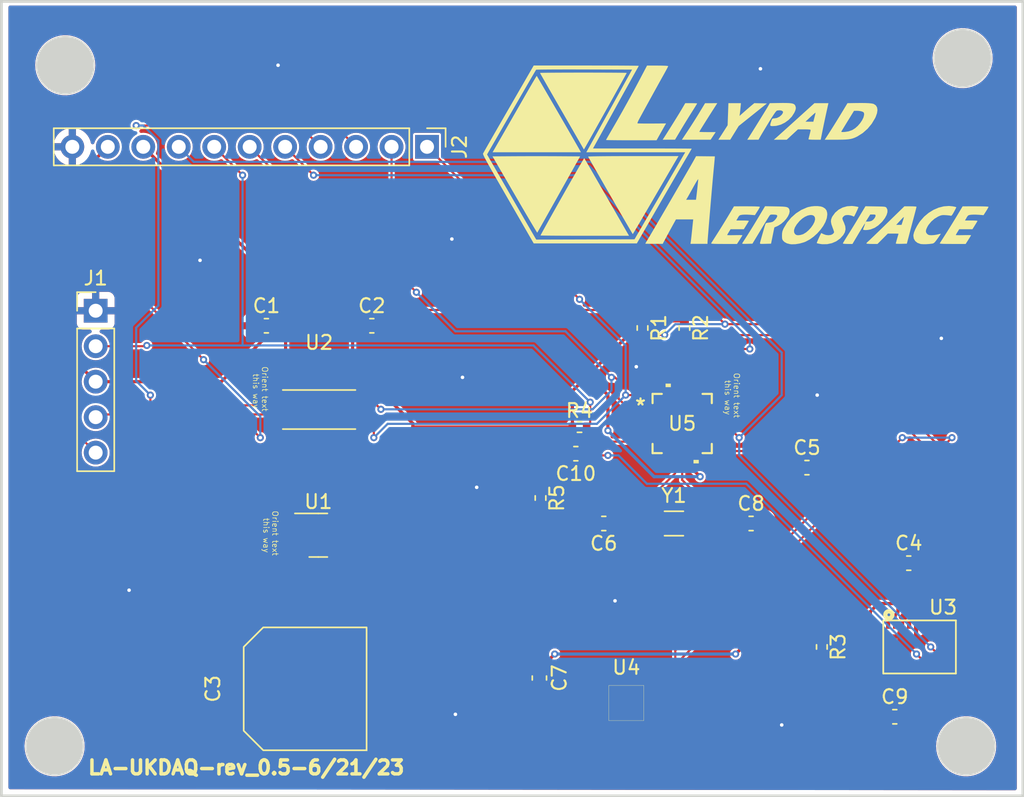
<source format=kicad_pcb>
(kicad_pcb (version 20211014) (generator pcbnew)
  (layers (0 "F.Cu" signal) (31 "B.Cu" signal) (34 "B.Paste" user) (35 "F.Paste" user) (36 "B.SilkS" user "B.Silkscreen") (37 "F.SilkS" user "F.Silkscreen") (38 "B.Mask" user) (39 "F.Mask" user) (44 "Edge.Cuts" user))
  (net 0 "")
  (net 1 "GND")
  (net 2 "VCC")
  (net 3 "VDD")
  (net 4 "Net-(C5-Pad1)")
  (net 5 "/nRESET")
  (net 6 "Net-(C6-Pad1)")
  (net 7 "Net-(C8-Pad1)")
  (net 8 "Net-(C9-Pad2)")
  (net 9 "Net-(C10-Pad2)")
  (net 10 "/RX{slash}SWCLK-VCC")
  (net 11 "/TX{slash}SWDIO-VCC")
  (net 12 "Net-(R3-Pad2)")
  (net 13 "/SCL")
  (net 14 "/SDA")
  (net 15 "/RX{slash}SWCLK-VDD")
  (net 16 "/TX{slash}SWDIO-VDD")
  (net 23 "/BNO_INTERRUPT")
  (footprint "Capacitor_SMD:C_0603_1608Metric" (layer "F.Cu") (at 143.225 132)
    (fp_text reference "C9" (at 0 -1.43) (layer "F.SilkS"))
    (fp_text value "1 uF")
    (pad "1" smd roundrect (at -0.775 0) (size 0.9 0.95) (layers "F.Cu" "F.Paste" "F.Mask") (net 1 "GND"))
    (pad "2" smd roundrect (at 0.775 0) (size 0.9 0.95) (layers "F.Cu" "F.Paste" "F.Mask") (net 8 "Net-(C9-Pad2)"))
  )
  (footprint "Connector_PinHeader_2.54mm:PinHeader_1x05_P2.54mm_Vertical" (layer "F.Cu") (at 86 102.925)
    (fp_text reference "J1" (at 0 -2.33) (layer "F.SilkS"))
    (fp_text value "5 pin Molex (0537800570)")
    (pad "1" thru_hole rect (at 0 0) (size 1.7 1.7) (drill 1) (layers *.Cu *.Mask) (net 1 "GND"))
    (pad "2" thru_hole oval (at 0 2.54) (size 1.7 1.7) (drill 1) (layers *.Cu *.Mask) (net 5 "/nRESET"))
    (pad "3" thru_hole oval (at 0 5.08) (size 1.7 1.7) (drill 1) (layers *.Cu *.Mask) (net 2 "VCC"))
    (pad "4" thru_hole oval (at 0 7.62) (size 1.7 1.7) (drill 1) (layers *.Cu *.Mask) (net 10 "/RX{slash}SWCLK-VCC"))
    (pad "5" thru_hole oval (at 0 10.16) (size 1.7 1.7) (drill 1) (layers *.Cu *.Mask) (net 11 "/TX{slash}SWDIO-VCC"))
  )
  (footprint "Package_TO_SOT_SMD:SOT-23" (layer "F.Cu") (at 101.9425 119)
    (fp_text reference "U1" (at 0 -2.4) (layer "F.SilkS"))
    (fp_text value "AP2210N_SOT-23-3")
    (pad "1" smd roundrect (at -0.9375 -0.95) (size 1.475 0.6) (layers "F.Cu" "F.Paste" "F.Mask") (net 1 "GND"))
    (pad "2" smd roundrect (at -0.9375 0.95) (size 1.475 0.6) (layers "F.Cu" "F.Paste" "F.Mask") (net 3 "VDD"))
    (pad "3" smd roundrect (at 0.9375 0) (size 1.475 0.6) (layers "F.Cu" "F.Paste" "F.Mask") (net 2 "VCC"))
  )
  (footprint "Joseph:21-0139V_T2044&plus_5_MXM" (layer "F.Cu") (at 128 111)
    (fp_text reference "U5" (at 0 0 unlocked) (layer "F.SilkS"))
    (fp_text value "MAX32660-20TQFN-EP")
    (fp_text user "*" (at -2.9845 -1.25 unlocked) (layer "F.SilkS"))
    (fp_text user "*" (at -2.9845 -1.25) (layer "F.SilkS"))
    (pad "1" smd rect (at -1.9685 -1.000001 90) (size 0.254 0.762) (layers "F.Cu" "F.Paste" "F.Mask") (net 15 "/RX{slash}SWCLK-VDD"))
    (pad "2" smd rect (at -1.9685 -0.499999 90) (size 0.254 0.762) (layers "F.Cu" "F.Paste" "F.Mask") (net 16 "/TX{slash}SWDIO-VDD"))
    (pad "3" smd rect (at -1.9685 0 90) (size 0.254 0.762) (layers "F.Cu" "F.Paste" "F.Mask"))
    (pad "4" smd rect (at -1.9685 0.499999 90) (size 0.254 0.762) (layers "F.Cu" "F.Paste" "F.Mask"))
    (pad "5" smd rect (at -1.9685 1.000001 90) (size 0.254 0.762) (layers "F.Cu" "F.Paste" "F.Mask") (net 5 "/nRESET"))
    (pad "6" smd rect (at -1.000001 1.9685) (size 0.254 0.762) (layers "F.Cu" "F.Paste" "F.Mask") (net 1 "GND"))
    (pad "7" smd rect (at -0.499999 1.9685) (size 0.254 0.762) (layers "F.Cu" "F.Paste" "F.Mask") (net 6 "Net-(C6-Pad1)"))
    (pad "8" smd rect (at 0 1.9685) (size 0.254 0.762) (layers "F.Cu" "F.Paste" "F.Mask") (net 7 "Net-(C8-Pad1)"))
    (pad "9" smd rect (at 0.499999 1.9685) (size 0.254 0.762) (layers "F.Cu" "F.Paste" "F.Mask") (net 3 "VDD"))
    (pad "10" smd rect (at 1.000001 1.9685) (size 0.254 0.762) (layers "F.Cu" "F.Paste" "F.Mask") (net 4 "Net-(C5-Pad1)"))
    (pad "11" smd rect (at 1.9685 1.000001 90) (size 0.254 0.762) (layers "F.Cu" "F.Paste" "F.Mask"))
    (pad "12" smd rect (at 1.9685 0.499999 90) (size 0.254 0.762) (layers "F.Cu" "F.Paste" "F.Mask"))
    (pad "13" smd rect (at 1.9685 0 90) (size 0.254 0.762) (layers "F.Cu" "F.Paste" "F.Mask") (net 23 "/BNO_INTERRUPT"))
    (pad "14" smd rect (at 1.9685 -0.499999 90) (size 0.254 0.762) (layers "F.Cu" "F.Paste" "F.Mask"))
    (pad "15" smd rect (at 1.9685 -1.000001 90) (size 0.254 0.762) (layers "F.Cu" "F.Paste" "F.Mask"))
    (pad "16" smd rect (at 1.000001 -1.9685) (size 0.254 0.762) (layers "F.Cu" "F.Paste" "F.Mask"))
    (pad "17" smd rect (at 0.499999 -1.9685) (size 0.254 0.762) (layers "F.Cu" "F.Paste" "F.Mask"))
    (pad "18" smd rect (at 0 -1.9685) (size 0.254 0.762) (layers "F.Cu" "F.Paste" "F.Mask"))
    (pad "19" smd rect (at -0.499999 -1.9685) (size 0.254 0.762) (layers "F.Cu" "F.Paste" "F.Mask") (net 14 "/SDA"))
    (pad "20" smd rect (at -1.000001 -1.9685) (size 0.254 0.762) (layers "F.Cu" "F.Paste" "F.Mask") (net 13 "/SCL"))
    (pad "21" smd rect (at 0 0) (size 2.6924 2.6924) (layers "F.Cu" "F.Mask") (net 1 "GND"))
  )
  (footprint "Resistor_SMD:R_0402_1005Metric" (layer "F.Cu") (at 120.648 111.252)
    (fp_text reference "R4" (at 0 -1.17) (layer "F.SilkS"))
    (fp_text value "10k")
    (pad "1" smd roundrect (at -0.51 0) (size 0.54 0.64) (layers "F.Cu" "F.Paste" "F.Mask") (net 3 "VDD"))
    (pad "2" smd roundrect (at 0.51 0) (size 0.54 0.64) (layers "F.Cu" "F.Paste" "F.Mask") (net 5 "/nRESET"))
  )
  (footprint "Joseph:BME280" (layer "F.Cu") (at 124 131)
    (fp_text reference "U4" (at 0 -2.53 unlocked) (layer "F.SilkS"))
    (fp_text value "BME280")
    (pad "1" smd rect (at 1.02 -0.97) (size 0.5 0.35) (layers "F.Cu" "F.Paste" "F.Mask") (net 1 "GND"))
    (pad "2" smd rect (at 1.02 -0.32) (size 0.5 0.35) (layers "F.Cu" "F.Paste" "F.Mask") (net 3 "VDD"))
    (pad "3" smd rect (at 1.02 0.33) (size 0.5 0.35) (layers "F.Cu" "F.Paste" "F.Mask") (net 14 "/SDA"))
    (pad "4" smd rect (at 1.02 0.98) (size 0.5 0.35) (layers "F.Cu" "F.Paste" "F.Mask") (net 13 "/SCL"))
    (pad "5" smd rect (at -1.03 0.98) (size 0.5 0.35) (layers "F.Cu" "F.Paste" "F.Mask") (net 1 "GND"))
    (pad "6" smd rect (at -1.03 0.33) (size 0.5 0.35) (layers "F.Cu" "F.Paste" "F.Mask") (net 3 "VDD"))
    (pad "7" smd rect (at -1.03 -0.32) (size 0.5 0.35) (layers "F.Cu" "F.Paste" "F.Mask") (net 1 "GND"))
    (pad "8" smd rect (at -1.03 -0.97) (size 0.5 0.35) (layers "F.Cu" "F.Paste" "F.Mask") (net 3 "VDD"))
  )
  (footprint "Capacitor_SMD:C_0603_1608Metric" (layer "F.Cu") (at 136.935 114.16)
    (fp_text reference "C5" (at 0 -1.43) (layer "F.SilkS"))
    (fp_text value "1 uF")
    (pad "1" smd roundrect (at -0.775 0) (size 0.9 0.95) (layers "F.Cu" "F.Paste" "F.Mask") (net 4 "Net-(C5-Pad1)"))
    (pad "2" smd roundrect (at 0.775 0) (size 0.9 0.95) (layers "F.Cu" "F.Paste" "F.Mask") (net 1 "GND"))
  )
  (footprint "Joseph:Can Capacitor - 493-3773-1-ND" (layer "F.Cu") (at 101 130 90)
    (fp_text reference "C3" (at 0 -6.604 90 unlocked) (layer "F.SilkS"))
    (fp_text value "~1 mF")
    (pad "1" smd roundrect (at 0 -3 90) (size 1.399998 3.6) (layers "F.Cu" "F.Paste" "F.Mask") (roundrect_rratio 0.2500003571) (net 3 "VDD"))
    (pad "2" smd roundrect (at 0 3 90) (size 1.4 3.6) (layers "F.Cu" "F.Paste" "F.Mask") (net 1 "GND"))
  )
  (footprint "Joseph:LGA28R50P4X10_380X520X100" (layer "F.Cu") (at 145 127)
    (fp_text reference "U3" (at 1.67669 -2.83785) (layer "F.SilkS") (effects (font (size 1.001008 1.001008))))
    (fp_text value "BNO055")
    (pad "1" smd rect locked (at -2.25 -1.5625 180) (size 0.3 0.525) (layers "F.Cu" "F.Paste" "F.Mask"))
    (pad "2" smd rect locked (at -2.3125 -0.75 270) (size 0.3 0.425) (layers "F.Cu" "F.Paste" "F.Mask") (net 1 "GND"))
    (pad "3" smd rect locked (at -2.3125 -0.25 270) (size 0.3 0.425) (layers "F.Cu" "F.Paste" "F.Mask") (net 3 "VDD"))
    (pad "4" smd rect locked (at -2.3125 0.25 270) (size 0.3 0.425) (layers "F.Cu" "F.Paste" "F.Mask") (net 12 "Net-(R3-Pad2)"))
    (pad "5" smd rect locked (at -2.3125 0.75 270) (size 0.3 0.425) (layers "F.Cu" "F.Paste" "F.Mask") (net 1 "GND"))
    (pad "6" smd rect locked (at -2.25 1.5625 180) (size 0.3 0.525) (layers "F.Cu" "F.Paste" "F.Mask") (net 1 "GND"))
    (pad "7" smd rect locked (at -1.75 1.5625 180) (size 0.3 0.525) (layers "F.Cu" "F.Paste" "F.Mask"))
    (pad "8" smd rect locked (at -1.25 1.5625 180) (size 0.3 0.525) (layers "F.Cu" "F.Paste" "F.Mask"))
    (pad "9" smd rect locked (at -0.75 1.5625 180) (size 0.3 0.525) (layers "F.Cu" "F.Paste" "F.Mask") (net 8 "Net-(C9-Pad2)"))
    (pad "10" smd rect locked (at -0.25 1.5625 180) (size 0.3 0.525) (layers "F.Cu" "F.Paste" "F.Mask"))
    (pad "11" smd rect locked (at 0.25 1.5625 180) (size 0.3 0.525) (layers "F.Cu" "F.Paste" "F.Mask") (net 5 "/nRESET"))
    (pad "12" smd rect locked (at 0.75 1.5625 180) (size 0.3 0.525) (layers "F.Cu" "F.Paste" "F.Mask"))
    (pad "13" smd rect locked (at 1.25 1.5625 180) (size 0.3 0.525) (layers "F.Cu" "F.Paste" "F.Mask"))
    (pad "14" smd rect locked (at 1.75 1.5625 180) (size 0.3 0.525) (layers "F.Cu" "F.Paste" "F.Mask") (net 23 "/BNO_INTERRUPT"))
    (pad "15" smd rect locked (at 2.25 1.5625 180) (size 0.3 0.525) (layers "F.Cu" "F.Paste" "F.Mask"))
    (pad "16" smd rect locked (at 2.3125 0.75 270) (size 0.3 0.425) (layers "F.Cu" "F.Paste" "F.Mask"))
    (pad "17" smd rect locked (at 2.3125 0.25 270) (size 0.3 0.425) (layers "F.Cu" "F.Paste" "F.Mask") (net 1 "GND"))
    (pad "18" smd rect locked (at 2.3125 -0.25 270) (size 0.3 0.425) (layers "F.Cu" "F.Paste" "F.Mask") (net 1 "GND"))
    (pad "19" smd rect locked (at 2.3125 -0.75 270) (size 0.3 0.425) (layers "F.Cu" "F.Paste" "F.Mask") (net 13 "/SCL"))
    (pad "20" smd rect locked (at 2.25 -1.5625 180) (size 0.3 0.525) (layers "F.Cu" "F.Paste" "F.Mask") (net 14 "/SDA"))
    (pad "21" smd rect locked (at 1.75 -1.5625 180) (size 0.3 0.525) (layers "F.Cu" "F.Paste" "F.Mask"))
    (pad "22" smd rect locked (at 1.25 -1.5625 180) (size 0.3 0.525) (layers "F.Cu" "F.Paste" "F.Mask"))
    (pad "23" smd rect locked (at 0.75 -1.5625 180) (size 0.3 0.525) (layers "F.Cu" "F.Paste" "F.Mask"))
    (pad "24" smd rect locked (at 0.25 -1.5625 180) (size 0.3 0.525) (layers "F.Cu" "F.Paste" "F.Mask"))
    (pad "25" smd rect locked (at -0.25 -1.5625 180) (size 0.3 0.525) (layers "F.Cu" "F.Paste" "F.Mask") (net 1 "GND"))
    (pad "26" smd rect locked (at -0.75 -1.5625 180) (size 0.3 0.525) (layers "F.Cu" "F.Paste" "F.Mask"))
    (pad "27" smd rect locked (at -1.25 -1.5625 180) (size 0.3 0.525) (layers "F.Cu" "F.Paste" "F.Mask"))
    (pad "28" smd rect locked (at -1.75 -1.5625 180) (size 0.3 0.525) (layers "F.Cu" "F.Paste" "F.Mask") (net 3 "VDD"))
  )
  (footprint "Resistor_SMD:R_0402_1005Metric" (layer "F.Cu") (at 128.16 104.16 -90)
    (fp_text reference "R2" (at 0 -1.17 90) (layer "F.SilkS"))
    (fp_text value "4.7k")
    (pad "1" smd roundrect (at -0.51 0 270) (size 0.54 0.64) (layers "F.Cu" "F.Paste" "F.Mask") (net 3 "VDD"))
    (pad "2" smd roundrect (at 0.51 0 270) (size 0.54 0.64) (layers "F.Cu" "F.Paste" "F.Mask") (net 14 "/SDA"))
  )
  (footprint "Capacitor_SMD:C_0603_1608Metric" (layer "F.Cu") (at 132.935 118.16)
    (fp_text reference "C8" (at 0 -1.43) (layer "F.SilkS"))
    (fp_text value "6 pF")
    (pad "1" smd roundrect (at -0.775 0) (size 0.9 0.95) (layers "F.Cu" "F.Paste" "F.Mask") (net 7 "Net-(C8-Pad1)"))
    (pad "2" smd roundrect (at 0.775 0) (size 0.9 0.95) (layers "F.Cu" "F.Paste" "F.Mask") (net 1 "GND"))
  )
  (footprint "Crystal:Crystal_SMD_3215-2Pin_3.2x1.5mm" (layer "F.Cu") (at 127.41 118.16)
    (fp_text reference "Y1" (at 0 -2) (layer "F.SilkS"))
    (fp_text value "Crystal")
    (pad "1" smd rect (at 1.25 0) (size 1 1.8) (layers "F.Cu" "F.Paste" "F.Mask") (net 7 "Net-(C8-Pad1)"))
    (pad "2" smd rect (at -1.25 0) (size 1 1.8) (layers "F.Cu" "F.Paste" "F.Mask") (net 6 "Net-(C6-Pad1)"))
  )
  (footprint "Capacitor_SMD:C_0603_1608Metric" (layer "F.Cu") (at 117.775 129.225 -90)
    (fp_text reference "C7" (at 0 -1.43 90) (layer "F.SilkS"))
    (fp_text value "100 nF")
    (pad "1" smd roundrect (at -0.775 0 270) (size 0.9 0.95) (layers "F.Cu" "F.Paste" "F.Mask") (net 3 "VDD"))
    (pad "2" smd roundrect (at 0.775 0 270) (size 0.9 0.95) (layers "F.Cu" "F.Paste" "F.Mask") (net 1 "GND"))
  )
  (footprint "Capacitor_SMD:C_0603_1608Metric" (layer "F.Cu") (at 105.775 104)
    (fp_text reference "C2" (at 0 -1.43) (layer "F.SilkS"))
    (fp_text value "1 uF")
    (pad "1" smd roundrect (at -0.775 0) (size 0.9 0.95) (layers "F.Cu" "F.Paste" "F.Mask") (net 3 "VDD"))
    (pad "2" smd roundrect (at 0.775 0) (size 0.9 0.95) (layers "F.Cu" "F.Paste" "F.Mask") (net 1 "GND"))
  )
  (footprint "Capacitor_SMD:C_0603_1608Metric" (layer "F.Cu") (at 144.225 121)
    (fp_text reference "C4" (at 0 -1.43) (layer "F.SilkS"))
    (fp_text value "120 nF")
    (pad "1" smd roundrect (at -0.775 0) (size 0.9 0.95) (layers "F.Cu" "F.Paste" "F.Mask") (net 3 "VDD"))
    (pad "2" smd roundrect (at 0.775 0) (size 0.9 0.95) (layers "F.Cu" "F.Paste" "F.Mask") (net 1 "GND"))
  )
  (footprint "Resistor_SMD:R_0402_1005Metric" (layer "F.Cu") (at 138 127 -90)
    (fp_text reference "R3" (at 0 -1.17 90) (layer "F.SilkS"))
    (fp_text value "10k")
    (pad "1" smd roundrect (at -0.51 0 270) (size 0.54 0.64) (layers "F.Cu" "F.Paste" "F.Mask") (net 3 "VDD"))
    (pad "2" smd roundrect (at 0.51 0 270) (size 0.54 0.64) (layers "F.Cu" "F.Paste" "F.Mask") (net 12 "Net-(R3-Pad2)"))
  )
  (footprint "Capacitor_SMD:C_0603_1608Metric" (layer "F.Cu") (at 122.385 118.16 180)
    (fp_text reference "C6" (at 0 -1.43) (layer "F.SilkS"))
    (fp_text value "6 pF")
    (pad "1" smd roundrect (at -0.775 0 180) (size 0.9 0.95) (layers "F.Cu" "F.Paste" "F.Mask") (net 6 "Net-(C6-Pad1)"))
    (pad "2" smd roundrect (at 0.775 0 180) (size 0.9 0.95) (layers "F.Cu" "F.Paste" "F.Mask") (net 1 "GND"))
  )
  (footprint "Capacitor_SMD:C_0603_1608Metric" (layer "F.Cu") (at 98.225 104)
    (fp_text reference "C1" (at 0 -1.43) (layer "F.SilkS"))
    (fp_text value "1 uF")
    (pad "1" smd roundrect (at -0.775 0) (size 0.9 0.95) (layers "F.Cu" "F.Paste" "F.Mask") (net 1 "GND"))
    (pad "2" smd roundrect (at 0.775 0) (size 0.9 0.95) (layers "F.Cu" "F.Paste" "F.Mask") (net 2 "VCC"))
  )
  (footprint "Capacitor_SMD:C_0603_1608Metric" (layer "F.Cu") (at 120.385 113.16 180)
    (fp_text reference "C10" (at 0 -1.43) (layer "F.SilkS"))
    (fp_text value "100 nF")
    (pad "1" smd roundrect (at -0.775 0 180) (size 0.9 0.95) (layers "F.Cu" "F.Paste" "F.Mask") (net 5 "/nRESET"))
    (pad "2" smd roundrect (at 0.775 0 180) (size 0.9 0.95) (layers "F.Cu" "F.Paste" "F.Mask") (net 9 "Net-(C10-Pad2)"))
  )
  (footprint "Connector_PinHeader_2.54mm:PinHeader_1x11_P2.54mm_Vertical" (layer "F.Cu") (at 109.728 91.186 -90)
    (fp_text reference "J2" (at 0 -2.33 90) (layer "F.SilkS"))
    (fp_text value "Conn_01x11_Male")
    (pad "1" thru_hole rect (at 0 0 270) (size 1.7 1.7) (drill 1) (layers *.Cu *.Mask) (net 15 "/RX{slash}SWCLK-VDD"))
    (pad "2" thru_hole oval (at 0 2.54 270) (size 1.7 1.7) (drill 1) (layers *.Cu *.Mask) (net 16 "/TX{slash}SWDIO-VDD"))
    (pad "3" thru_hole oval (at 0 5.08 270) (size 1.7 1.7) (drill 1) (layers *.Cu *.Mask) (net 10 "/RX{slash}SWCLK-VCC"))
    (pad "4" thru_hole oval (at 0 7.62 270) (size 1.7 1.7) (drill 1) (layers *.Cu *.Mask) (net 11 "/TX{slash}SWDIO-VCC"))
    (pad "5" thru_hole oval (at 0 10.16 270) (size 1.7 1.7) (drill 1) (layers *.Cu *.Mask) (net 14 "/SDA"))
    (pad "6" thru_hole oval (at 0 12.7 270) (size 1.7 1.7) (drill 1) (layers *.Cu *.Mask) (net 13 "/SCL"))
    (pad "7" thru_hole oval (at 0 15.24 270) (size 1.7 1.7) (drill 1) (layers *.Cu *.Mask) (net 5 "/nRESET"))
    (pad "8" thru_hole oval (at 0 17.78 270) (size 1.7 1.7) (drill 1) (layers *.Cu *.Mask) (net 23 "/BNO_INTERRUPT"))
    (pad "9" thru_hole oval (at 0 20.32 270) (size 1.7 1.7) (drill 1) (layers *.Cu *.Mask) (net 3 "VDD"))
    (pad "10" thru_hole oval (at 0 22.86 270) (size 1.7 1.7) (drill 1) (layers *.Cu *.Mask) (net 2 "VCC"))
    (pad "11" thru_hole oval (at 0 25.4 270) (size 1.7 1.7) (drill 1) (layers *.Cu *.Mask) (net 1 "GND"))
  )
  (footprint "Joseph:MSOP-8" (layer "F.Cu") (at 102 110)
    (fp_text reference "U2" (at 0 -4.8 unlocked) (layer "F.SilkS"))
    (fp_text value "PI4ULS5V202")
    (pad "1" smd rect (at -2.4 -0.95) (size 1.02 0.41) (layers "F.Cu" "F.Paste" "F.Mask") (net 2 "VCC"))
    (pad "2" smd rect (at -2.4 -0.3) (size 1.02 0.41) (layers "F.Cu" "F.Paste" "F.Mask") (net 11 "/TX{slash}SWDIO-VCC"))
    (pad "3" smd rect (at -2.4 0.35) (size 1.02 0.41) (layers "F.Cu" "F.Paste" "F.Mask") (net 10 "/RX{slash}SWCLK-VCC"))
    (pad "4" smd rect (at -2.4 1) (size 1.02 0.41) (layers "F.Cu" "F.Paste" "F.Mask") (net 1 "GND"))
    (pad "5" smd rect (at 2.4 1) (size 1.02 0.41) (layers "F.Cu" "F.Paste" "F.Mask") (net 2 "VCC"))
    (pad "6" smd rect (at 2.4 0.35) (size 1.02 0.41) (layers "F.Cu" "F.Paste" "F.Mask") (net 15 "/RX{slash}SWCLK-VDD"))
    (pad "7" smd rect (at 2.4 -0.3) (size 1.02 0.41) (layers "F.Cu" "F.Paste" "F.Mask") (net 16 "/TX{slash}SWDIO-VDD"))
    (pad "8" smd rect (at 2.4 -0.95) (size 1.02 0.41) (layers "F.Cu" "F.Paste" "F.Mask") (net 3 "VDD"))
  )
  (footprint "Joseph:LilypadAerospace_3mm" (layer "F.Cu") (at 132.588 92.202)
    (fp_text reference "G***" hide)
    (fp_text value "LOGO" hide)
  )
  (footprint "Resistor_SMD:R_0402_1005Metric" (layer "F.Cu") (at 117.856 116.334 -90)
    (fp_text reference "R5" (at 0 -1.17 90) (layer "F.SilkS"))
    (fp_text value "10")
    (pad "1" smd roundrect (at -0.51 0 270) (size 0.54 0.64) (layers "F.Cu" "F.Paste" "F.Mask") (net 9 "Net-(C10-Pad2)"))
    (pad "2" smd roundrect (at 0.51 0 270) (size 0.54 0.64) (layers "F.Cu" "F.Paste" "F.Mask") (net 1 "GND"))
  )
  (footprint "Resistor_SMD:R_0402_1005Metric" (layer "F.Cu") (at 125.16 104.16 -90)
    (fp_text reference "R1" (at 0 -1.17 90) (layer "F.SilkS"))
    (fp_text value "4.7k")
    (pad "1" smd roundrect (at -0.51 0 270) (size 0.54 0.64) (layers "F.Cu" "F.Paste" "F.Mask") (net 3 "VDD"))
    (pad "2" smd roundrect (at 0.51 0 270) (size 0.54 0.64) (layers "F.Cu" "F.Paste" "F.Mask") (net 13 "/SCL"))
  )
  (gr_circle (center 83.82 85.344) (end 85.82 85.344) (layer "Edge.Cuts") (width 0.2) (fill solid))
  (gr_rect (start 79.248 80.772) (end 152.4 137.668) (layer "Edge.Cuts") (width 0.2) (fill none))
  (gr_circle (center 148.082 84.836) (end 150.082 84.836) (layer "Edge.Cuts") (width 0.2) (fill solid))
  (gr_circle (center 83.058 134.112) (end 85.058 134.112) (layer "Edge.Cuts") (width 0.2) (fill solid))
  (gr_circle (center 148.336 134.112) (end 150.336 134.112) (layer "Edge.Cuts") (width 0.2) (fill solid))
  (gr_text "LA-UKDAQ-rev_0.5-6/21/23" (at 96.78 135.64) (layer "F.SilkS") (effects (font (size 1 1) (thickness 0.25))))
  (gr_text "Orient text \nthis way" (at 98.53 119.01 270) (layer "F.SilkS") (effects (font (size 0.4 0.4) (thickness 0.05))))
  (gr_text "Orient text \nthis way" (at 97.79 108.68 270) (layer "F.SilkS") (effects (font (size 0.4 0.4) (thickness 0.05))))
  (gr_text "Orient text \nthis way" (at 131.58 109.14 270) (layer "F.SilkS") (effects (font (size 0.4 0.4) (thickness 0.05))))
  (segment (start 128 111) (end 124.714 107.714) (width 0.1524) (layer "F.Cu") (net 1))
  (segment (start 126.999999 112.000001) (end 128 111) (width 0.2286) (layer "F.Cu") (net 1))
  (segment (start 124.714 107.714) (end 124.714 106.934) (width 0.1524) (layer "F.Cu") (net 1))
  (segment (start 126.999999 112.9685) (end 126.999999 112.000001) (width 0.2286) (layer "F.Cu") (net 1))
  (via (at 113.284 115.57) (size 0.508) (drill 0.254) (layers "F.Cu" "B.Cu") (net 1))
  (via (at 124.714 106.934) (size 0.508) (drill 0.254) (layers "F.Cu" "B.Cu") (net 1))
  (via (at 88.392 122.936) (size 0.508) (drill 0.254) (layers "F.Cu" "B.Cu") (net 1))
  (via (at 133.604 85.598) (size 0.508) (drill 0.254) (layers "F.Cu" "B.Cu") (net 1))
  (via (at 137.668 108.966) (size 0.508) (drill 0.254) (layers "F.Cu" "B.Cu") (net 1))
  (via (at 111.76 131.826) (size 0.508) (drill 0.254) (layers "F.Cu" "B.Cu") (net 1))
  (via (at 123.19 123.698) (size 0.508) (drill 0.254) (layers "F.Cu" "B.Cu") (net 1))
  (via (at 111.506 97.79) (size 0.508) (drill 0.254) (layers "F.Cu" "B.Cu") (net 1))
  (via (at 146.558 104.902) (size 0.508) (drill 0.254) (layers "F.Cu" "B.Cu") (net 1))
  (via (at 112.268 107.696) (size 0.508) (drill 0.254) (layers "F.Cu" "B.Cu") (net 1))
  (via (at 99.06 85.344) (size 0.508) (drill 0.254) (layers "F.Cu" "B.Cu") (net 1))
  (via (at 93.472 99.314) (size 0.508) (drill 0.254) (layers "F.Cu" "B.Cu") (net 1))
  (via (at 135.128 132.588) (size 0.508) (drill 0.254) (layers "F.Cu" "B.Cu") (net 1))
  (segment (start 99.6 109.05) (end 99.6 104.6) (width 0.2286) (layer "F.Cu") (net 2))
  (segment (start 86 108.005) (end 94.995 108.005) (width 0.2286) (layer "F.Cu") (net 2))
  (segment (start 99.6 104.6) (end 99 104) (width 0.2286) (layer "F.Cu") (net 2))
  (segment (start 104.4 111) (end 103.126 111) (width 0.2286) (layer "F.Cu") (net 2))
  (segment (start 86.868 91.186) (end 82.55 95.504) (width 0.2286) (layer "F.Cu") (net 2))
  (segment (start 102.88 119) (end 104.4 117.48) (width 0.2286) (layer "F.Cu") (net 2))
  (segment (start 103.126 111) (end 101.176 109.05) (width 0.2286) (layer "F.Cu") (net 2))
  (segment (start 82.55 95.504) (end 82.55 104.555) (width 0.2286) (layer "F.Cu") (net 2))
  (segment (start 104.4 117.48) (end 104.4 111) (width 0.2286) (layer "F.Cu") (net 2))
  (segment (start 94.995 108.005) (end 99 104) (width 0.2286) (layer "F.Cu") (net 2))
  (segment (start 101.176 109.05) (end 99.6 109.05) (width 0.2286) (layer "F.Cu") (net 2))
  (segment (start 82.55 104.555) (end 86 108.005) (width 0.2286) (layer "F.Cu") (net 2))
  (segment (start 141.736 126.75) (end 142.6875 126.75) (width 0.2286) (layer "F.Cu") (net 3))
  (segment (start 108.712 110.998) (end 106.764 109.05) (width 0.2286) (layer "F.Cu") (net 3))
  (segment (start 117.775 128.45) (end 117.775 126.157) (width 0.2286) (layer "F.Cu") (net 3))
  (segment (start 104.4 104.6) (end 105 104) (width 0.2286) (layer "F.Cu") (net 3))
  (segment (start 108.712 111.252) (end 108.712 110.998) (width 0.2286) (layer "F.Cu") (net 3))
  (segment (start 122.682 108.966) (end 121.263 107.547) (width 0.2286) (layer "F.Cu") (net 3))
  (segment (start 120.138 108.672) (end 121.263 107.547) (width 0.2286) (layer "F.Cu") (net 3))
  (segment (start 138 126.49) (end 141.476 126.49) (width 0.2286) (layer "F.Cu") (net 3))
  (segment (start 89.408 91.186) (end 102.222 104) (width 0.2286) (layer "F.Cu") (net 3))
  (segment (start 120.138 111.252) (end 108.712 111.252) (width 0.2286) (layer "F.Cu") (net 3))
  (segment (start 143.25 124.72) (end 143.25 125.4375) (width 0.2286) (layer "F.Cu") (net 3))
  (segment (start 122.682 111.506) (end 122.682 108.966) (width 0.2286) (layer "F.Cu") (net 3))
  (segment (start 121.263 107.547) (end 125.16 103.65) (width 0.2286) (layer "F.Cu") (net 3))
  (segment (start 141.476 126.49) (end 141.736 126.75) (width 0.2286) (layer "F.Cu") (net 3))
  (segment (start 128.499999 114.021999) (end 129.286 114.808) (width 0.2286) (layer "F.Cu") (net 3))
  (segment (start 123.432 130.03) (end 124.082 130.68) (width 0.2286) (layer "F.Cu") (net 3))
  (segment (start 131.826 127.508) (end 132.844 126.49) (width 0.2286) (layer "F.Cu") (net 3))
  (segment (start 108.712 117.094) (end 108.712 111.252) (width 0.2286) (layer "F.Cu") (net 3))
  (segment (start 122.97 130.03) (end 123.432 130.03) (width 0.2286) (layer "F.Cu") (net 3))
  (segment (start 106.764 109.05) (end 104.4 109.05) (width 0.2286) (layer "F.Cu") (net 3))
  (segment (start 142.046 123.892) (end 143.45 123.892) (width 0.2286) (layer "F.Cu") (net 3))
  (segment (start 117.775 126.157) (end 108.712 117.094) (width 0.2286) (layer "F.Cu") (net 3))
  (segment (start 132.844 126.49) (end 138 126.49) (width 0.2286) (layer "F.Cu") (net 3))
  (segment (start 128.499999 112.9685) (end 128.499999 114.021999) (width 0.2286) (layer "F.Cu") (net 3))
  (segment (start 123.432 131.33) (end 124.082 130.68) (width 0.2286) (layer "F.Cu") (net 3))
  (segment (start 141.476 126.49) (end 141.476 124.462) (width 0.2286) (layer "F.Cu") (net 3))
  (segment (start 125.16 103.65) (end 128.16 103.65) (width 0.2286) (layer "F.Cu") (net 3))
  (segment (start 124.082 130.68) (end 125.02 130.68) (width 0.2286) (layer "F.Cu") (net 3))
  (segment (start 98 122.955) (end 101.005 119.95) (width 0.2286) (layer "F.Cu") (net 3))
  (segment (start 117.93 128.45) (end 118.872 127.508) (width 0.2286) (layer "F.Cu") (net 3))
  (segment (start 143.45 123.892) (end 143.45 124.52) (width 0.2286) (layer "F.Cu") (net 3))
  (segment (start 141.476 124.462) (end 142.046 123.892) (width 0.2286) (layer "F.Cu") (net 3))
  (segment (start 120.138 111.252) (end 120.138 108.672) (width 0.2286) (layer "F.Cu") (net 3))
  (segment (start 117.775 128.45) (end 117.93 128.45) (width 0.2286) (layer "F.Cu") (net 3))
  (segment (start 143.45 124.52) (end 143.25 124.72) (width 0.2286) (layer "F.Cu") (net 3))
  (segment (start 119.355 130.03) (end 122.97 130.03) (width 0.2286) (layer "F.Cu") (net 3))
  (segment (start 98 130) (end 98 122.955) (width 0.2286) (layer "F.Cu") (net 3))
  (segment (start 122.97 131.33) (end 123.432 131.33) (width 0.2286) (layer "F.Cu") (net 3))
  (segment (start 143.45 121) (end 143.45 123.892) (width 0.2286) (layer "F.Cu") (net 3))
  (segment (start 104.4 109.05) (end 104.4 104.6) (width 0.2286) (layer "F.Cu") (net 3))
  (segment (start 101.005 119.95) (end 105.856 119.95) (width 0.2286) (layer "F.Cu") (net 3))
  (segment (start 117.775 128.45) (end 119.355 130.03) (width 0.2286) (layer "F.Cu") (net 3))
  (segment (start 105.856 119.95) (end 108.712 117.094) (width 0.2286) (layer "F.Cu") (net 3))
  (segment (start 102.222 104) (end 105 104) (width 0.2286) (layer "F.Cu") (net 3))
  (via (at 118.872 127.508) (size 0.508) (drill 0.254) (layers "F.Cu" "B.Cu") (net 3))
  (via (at 122.682 111.506) (size 0.508) (drill 0.254) (layers "F.Cu" "B.Cu") (net 3))
  (via (at 129.286 114.808) (size 0.508) (drill 0.254) (layers "F.Cu" "B.Cu") (net 3))
  (via (at 131.826 127.508) (size 0.508) (drill 0.254) (layers "F.Cu" "B.Cu") (net 3))
  (segment (start 125.984 114.808) (end 122.682 111.506) (width 0.2286) (layer "B.Cu") (net 3))
  (segment (start 129.286 114.808) (end 125.984 114.808) (width 0.2286) (layer "B.Cu") (net 3))
  (segment (start 118.872 127.508) (end 131.826 127.508) (width 0.2286) (layer "B.Cu") (net 3))
  (segment (start 136.16 114.16) (end 134.97 112.97) (width 0.1524) (layer "F.Cu") (net 4))
  (segment (start 134.97 112.97) (end 129.001501 112.97) (width 0.1524) (layer "F.Cu") (net 4))
  (segment (start 129.001501 112.97) (end 129.000001 112.9685) (width 0.1524) (layer "F.Cu") (net 4))
  (segment (start 89.607 105.465) (end 89.662 105.41) (width 0.1524) (layer "F.Cu") (net 5))
  (segment (start 121.412 109.474) (end 121.412 110.998) (width 0.1524) (layer "F.Cu") (net 5))
  (segment (start 121.158 113.158) (end 121.16 113.16) (width 0.1524) (layer "F.Cu") (net 5))
  (segment (start 122.682 113.284) (end 121.284 113.284) (width 0.1524) (layer "F.Cu") (net 5))
  (segment (start 121.158 111.252) (end 121.158 113.158) (width 0.1524) (layer "F.Cu") (net 5))
  (segment (start 125.731501 112.3) (end 122.02 112.3) (width 0.1524) (layer "F.Cu") (net 5))
  (segment (start 126.0315 112.000001) (end 125.731501 112.3) (width 0.1524) (layer "F.Cu") (net 5))
  (segment (start 86 105.465) (end 89.607 105.465) (width 0.1524) (layer "F.Cu") (net 5))
  (segment (start 122.02 112.3) (end 121.16 113.16) (width 0.1524) (layer "F.Cu") (net 5))
  (segment (start 145.25 128.5625) (end 145.25 127.978) (width 0.1524) (layer "F.Cu") (net 5))
  (segment (start 121.412 110.998) (end 121.158 111.252) (width 0.1524) (layer "F.Cu") (net 5))
  (segment (start 121.284 113.284) (end 121.16 113.16) (width 0.1524) (layer "F.Cu") (net 5))
  (segment (start 94.488 91.186) (end 96.52 93.218) (width 0.1524) (layer "F.Cu") (net 5))
  (segment (start 145.25 127.978) (end 144.78 127.508) (width 0.1524) (layer "F.Cu") (net 5))
  (via (at 121.412 109.474) (size 0.508) (drill 0.254) (layers "F.Cu" "B.Cu") (net 5))
  (via (at 144.78 127.508) (size 0.508) (drill 0.254) (layers "F.Cu" "B.Cu") (net 5))
  (via (at 89.662 105.41) (size 0.508) (drill 0.254) (layers "F.Cu" "B.Cu") (net 5))
  (via (at 122.682 113.284) (size 0.508) (drill 0.254) (layers "F.Cu" "B.Cu") (net 5))
  (via (at 96.52 93.218) (size 0.508) (drill 0.254) (layers "F.Cu" "B.Cu") (net 5))
  (segment (start 144.78 127.508) (end 132.588 115.316) (width 0.1524) (layer "B.Cu") (net 5))
  (segment (start 132.588 115.316) (end 125.476 115.316) (width 0.1524) (layer "B.Cu") (net 5))
  (segment (start 89.662 105.41) (end 96.52 105.41) (width 0.1524) (layer "B.Cu") (net 5))
  (segment (start 96.52 105.41) (end 117.348 105.41) (width 0.1524) (layer "B.Cu") (net 5))
  (segment (start 96.52 93.218) (end 96.52 105.41) (width 0.1524) (layer "B.Cu") (net 5))
  (segment (start 123.444 113.284) (end 122.682 113.284) (width 0.1524) (layer "B.Cu") (net 5))
  (segment (start 117.348 105.41) (end 121.412 109.474) (width 0.1524) (layer "B.Cu") (net 5))
  (segment (start 125.476 115.316) (end 123.444 113.284) (width 0.1524) (layer "B.Cu") (net 5))
  (segment (start 126.16 115.902) (end 127.49 114.572) (width 0.1524) (layer "F.Cu") (net 6))
  (segment (start 127.49 114.572) (end 127.49 112.978501) (width 0.1524) (layer "F.Cu") (net 6))
  (segment (start 123.16 118.16) (end 126.16 118.16) (width 0.1524) (layer "F.Cu") (net 6))
  (segment (start 127.49 112.978501) (end 127.500001 112.9685) (width 0.1524) (layer "F.Cu") (net 6))
  (segment (start 126.16 118.16) (end 126.16 115.902) (width 0.1524) (layer "F.Cu") (net 6))
  (segment (start 128.66 118.16) (end 132.16 118.16) (width 0.1524) (layer "F.Cu") (net 7))
  (segment (start 128 115.046) (end 128 112.9685) (width 0.1524) (layer "F.Cu") (net 7))
  (segment (start 128.66 115.706) (end 128 115.046) (width 0.1524) (layer "F.Cu") (net 7))
  (segment (start 128.66 118.16) (end 128.66 115.706) (width 0.1524) (layer "F.Cu") (net 7))
  (segment (start 144 132) (end 144.25 131.75) (width 0.1524) (layer "F.Cu") (net 8))
  (segment (start 144.25 131.75) (end 144.25 128.5625) (width 0.1524) (layer "F.Cu") (net 8))
  (segment (start 119.61 113.16) (end 117.856 114.914) (width 0.1524) (layer "F.Cu") (net 9))
  (segment (start 117.856 114.914) (end 117.856 115.824) (width 0.1524) (layer "F.Cu") (net 9))
  (segment (start 97.142 110.35) (end 86.195 110.35) (width 0.1524) (layer "F.Cu") (net 10))
  (segment (start 88.138 100.838) (end 93.726 106.426) (width 0.1524) (layer "F.Cu") (net 10))
  (segment (start 86.195 110.35) (end 86 110.545) (width 0.1524) (layer "F.Cu") (net 10))
  (segment (start 102.616 89.154) (end 88.392 89.154) (width 0.1524) (layer "F.Cu") (net 10))
  (segment (start 99.6 110.35) (end 97.142 110.35) (width 0.1524) (layer "F.Cu") (net 10))
  (segment (start 88.392 89.154) (end 88.138 89.408) (width 0.1524) (layer "F.Cu") (net 10))
  (segment (start 88.138 92.964) (end 88.138 100.838) (width 0.1524) (layer "F.Cu") (net 10))
  (segment (start 97.79 112.014) (end 97.142 111.366) (width 0.1524) (layer "F.Cu") (net 10))
  (segment (start 104.648 91.186) (end 102.616 89.154) (width 0.1524) (layer "F.Cu") (net 10))
  (segment (start 97.142 111.366) (end 97.142 110.35) (width 0.1524) (layer "F.Cu") (net 10))
  (segment (start 88.138 89.408) (end 88.138 92.964) (width 0.1524) (layer "F.Cu") (net 10))
  (via (at 97.79 112.014) (size 0.508) (drill 0.254) (layers "F.Cu" "B.Cu") (net 10))
  (via (at 93.726 106.426) (size 0.508) (drill 0.254) (layers "F.Cu" "B.Cu") (net 10))
  (segment (start 93.726 106.426) (end 97.79 110.49) (width 0.1524) (layer "B.Cu") (net 10))
  (segment (start 97.79 110.49) (end 97.79 112.014) (width 0.1524) (layer "B.Cu") (net 10))
  (segment (start 84.582 109.982) (end 84.582 111.667) (width 0.1524) (layer "F.Cu") (net 11))
  (segment (start 102.108 91.186) (end 100.584 89.662) (width 0.1524) (layer "F.Cu") (net 11))
  (segment (start 99.6 109.7) (end 89.888 109.7) (width 0.1524) (layer "F.Cu") (net 11))
  (segment (start 89.916 109.672) (end 89.888 109.7) (width 0.1524) (layer "F.Cu") (net 11))
  (segment (start 89.38 109.7) (end 88.9 109.22) (width 0.1524) (layer "F.Cu") (net 11))
  (segment (start 85.344 109.22) (end 84.582 109.982) (width 0.1524) (layer "F.Cu") (net 11))
  (segment (start 89.916 108.966) (end 89.916 109.672) (width 0.1524) (layer "F.Cu") (net 11))
  (segment (start 89.888 109.7) (end 89.38 109.7) (width 0.1524) (layer "F.Cu") (net 11))
  (segment (start 88.9 109.22) (end 85.344 109.22) (width 0.1524) (layer "F.Cu") (net 11))
  (segment (start 100.584 89.662) (end 88.9 89.662) (width 0.1524) (layer "F.Cu") (net 11))
  (segment (start 84.582 111.667) (end 86 113.085) (width 0.1524) (layer "F.Cu") (net 11))
  (via (at 89.916 108.966) (size 0.508) (drill 0.254) (layers "F.Cu" "B.Cu") (net 11))
  (via (at 88.9 89.662) (size 0.508) (drill 0.254) (layers "F.Cu" "B.Cu") (net 11))
  (segment (start 88.9 89.662) (end 89.409371 89.662) (width 0.1524) (layer "B.Cu") (net 11))
  (segment (start 90.4866 90.739229) (end 90.4866 102.5534) (width 0.1524) (layer "B.Cu") (net 11))
  (segment (start 88.9 107.95) (end 89.916 108.966) (width 0.1524) (layer "B.Cu") (net 11))
  (segment (start 88.9 104.14) (end 88.9 107.95) (width 0.1524) (layer "B.Cu") (net 11))
  (segment (start 89.409371 89.662) (end 90.4866 90.739229) (width 0.1524) (layer "B.Cu") (net 11))
  (segment (start 90.4866 102.5534) (end 88.9 104.14) (width 0.1524) (layer "B.Cu") (net 11))
  (segment (start 138 127.51) (end 138.26 127.25) (width 0.1524) (layer "F.Cu") (net 12))
  (segment (start 138.26 127.25) (end 142.6875 127.25) (width 0.1524) (layer "F.Cu") (net 12))
  (segment (start 125.182 104.648) (end 125.16 104.67) (width 0.1524) (layer "F.Cu") (net 13))
  (segment (start 126.746 104.648) (end 125.182 104.648) (width 0.1524) (layer "F.Cu") (net 13))
  (segment (start 128.016 129.54) (end 128.016 127.762) (width 0.1524) (layer "F.Cu") (net 13))
  (segment (start 128.016 127.762) (end 143.764 112.014) (width 0.1524) (layer "F.Cu") (net 13))
  (segment (start 126.999999 109.0315) (end 127 106.51) (width 0.1524) (layer "F.Cu") (net 13))
  (segment (start 147.816 126.25) (end 148.082 125.984) (width 0.1524) (layer "F.Cu") (net 13))
  (segment (start 125.02 131.98) (end 125.576 131.98) (width 0.1524) (layer "F.Cu") (net 13))
  (segment (start 148.082 125.984) (end 148.082 114.3) (width 0.1524) (layer "F.Cu") (net 13))
  (segment (start 137.668 103.886) (end 131.064 103.886) (width 0.1524) (layer "F.Cu") (net 13))
  (segment (start 148.082 114.3) (end 146.558 112.776) (width 0.1524) (layer "F.Cu") (net 13))
  (segment (start 130.048 102.87) (end 131.064 103.886) (width 0.1524) (layer "F.Cu") (net 13))
  (segment (start 108.712 102.87) (end 130.048 102.87) (width 0.1524) (layer "F.Cu") (net 13))
  (segment (start 147.32 112.014) (end 146.558 112.776) (width 0.1524) (layer "F.Cu") (net 13))
  (segment (start 147.3125 126.25) (end 147.816 126.25) (width 0.1524) (layer "F.Cu") (net 13))
  (segment (start 125.576 131.98) (end 128.016 129.54) (width 0.1524) (layer "F.Cu") (net 13))
  (segment (start 127 106.51) (end 125.16 104.67) (width 0.1524) (layer "F.Cu") (net 13))
  (segment (start 97.028 91.186) (end 108.712 102.87) (width 0.1524) (layer "F.Cu") (net 13))
  (segment (start 146.558 112.776) (end 137.668 103.886) (width 0.1524) (layer "F.Cu") (net 13))
  (via (at 147.32 112.014) (size 0.508) (drill 0.254) (layers "F.Cu" "B.Cu") (net 13))
  (via (at 143.764 112.014) (size 0.508) (drill 0.254) (layers "F.Cu" "B.Cu") (net 13))
  (via (at 126.746 104.648) (size 0.508) (drill 0.254) (layers "F.Cu" "B.Cu") (net 13))
  (via (at 131.064 103.886) (size 0.508) (drill 0.254) (layers "F.Cu" "B.Cu") (net 13))
  (segment (start 143.764 112.014) (end 147.32 112.014) (width 0.1524) (layer "B.Cu") (net 13))
  (segment (start 127.508 103.886) (end 126.746 104.648) (width 0.1524) (layer "B.Cu") (net 13))
  (segment (start 131.064 103.886) (end 127.508 103.886) (width 0.1524) (layer "B.Cu") (net 13))
  (segment (start 132.842 105.664) (end 129.154 105.664) (width 0.1524) (layer "F.Cu") (net 14))
  (segment (start 125.4224 131.33) (end 127.508 129.2444) (width 0.1524) (layer "F.Cu") (net 14))
  (segment (start 127.508 127.254) (end 143.764 110.998) (width 0.1524) (layer "F.Cu") (net 14))
  (segment (start 129.154 105.664) (end 128.16 104.67) (width 0.1524) (layer "F.Cu") (net 14))
  (segment (start 99.568 91.186) (end 101.6 93.218) (width 0.1524) (layer "F.Cu") (net 14))
  (segment (start 147.25 114.484) (end 143.764 110.998) (width 0.1524) (layer "F.Cu") (net 14))
  (segment (start 127.49 109.021499) (end 127.49 105.34) (width 0.1524) (layer "F.Cu") (net 14))
  (segment (start 125.02 131.33) (end 125.4224 131.33) (width 0.1524) (layer "F.Cu") (net 14))
  (segment (start 143.764 110.998) (end 137.436 104.67) (width 0.1524) (layer "F.Cu") (net 14))
  (segment (start 137.436 104.67) (end 128.16 104.67) (width 0.1524) (layer "F.Cu") (net 14))
  (segment (start 147.25 125.4375) (end 147.25 114.484) (width 0.1524) (layer "F.Cu") (net 14))
  (segment (start 127.500001 109.0315) (end 127.49 109.021499) (width 0.1524) (layer "F.Cu") (net 14))
  (segment (start 127.508 129.2444) (end 127.508 127.254) (width 0.1524) (layer "F.Cu") (net 14))
  (segment (start 127.49 105.34) (end 128.16 104.67) (width 0.1524) (layer "F.Cu") (net 14))
  (via (at 132.842 105.664) (size 0.508) (drill 0.254) (layers "F.Cu" "B.Cu") (net 14))
  (via (at 101.6 93.218) (size 0.508) (drill 0.254) (layers "F.Cu" "B.Cu") (net 14))
  (segment (start 132.842 104.9815) (end 132.842 105.664) (width 0.1524) (layer "B.Cu") (net 14))
  (segment (start 101.6 93.218) (end 121.0785 93.218) (width 0.1524) (layer "B.Cu") (net 14))
  (segment (start 121.0785 93.218) (end 132.842 104.9815) (width 0.1524) (layer "B.Cu") (net 14))
  (segment (start 109.728 91.186) (end 120.65 102.108) (width 0.1524) (layer "F.Cu") (net 15))
  (segment (start 105.918 110.744) (end 105.918 112.014) (width 0.1524) (layer "F.Cu") (net 15))
  (segment (start 123.952 108.966) (end 124.997501 108.966) (width 0.1524) (layer "F.Cu") (net 15))
  (segment (start 124.997501 108.966) (end 126.0315 109.999999) (width 0.1524) (layer "F.Cu") (net 15))
  (segment (start 105.664 110.49) (end 105.918 110.744) (width 0.1524) (layer "F.Cu") (net 15))
  (segment (start 105.524 110.35) (end 105.664 110.49) (width 0.1524) (layer "F.Cu") (net 15))
  (segment (start 104.4 110.35) (end 105.524 110.35) (width 0.1524) (layer "F.Cu") (net 15))
  (via (at 120.65 102.108) (size 0.508) (drill 0.254) (layers "F.Cu" "B.Cu") (net 15))
  (via (at 105.918 112.014) (size 0.508) (drill 0.254) (layers "F.Cu" "B.Cu") (net 15))
  (via (at 123.952 108.966) (size 0.508) (drill 0.254) (layers "F.Cu" "B.Cu") (net 15))
  (segment (start 120.65 102.108) (end 123.952 105.41) (width 0.1524) (layer "B.Cu") (net 15))
  (segment (start 106.9086 111.0234) (end 121.8946 111.0234) (width 0.1524) (layer "B.Cu") (net 15))
  (segment (start 121.8946 111.0234) (end 123.952 108.966) (width 0.1524) (layer "B.Cu") (net 15))
  (segment (start 105.918 112.014) (end 106.9086 111.0234) (width 0.1524) (layer "B.Cu") (net 15))
  (segment (start 123.952 105.41) (end 123.952 108.966) (width 0.1524) (layer "B.Cu") (net 15))
  (segment (start 122.936 107.696) (end 123.19 107.696) (width 0.1524) (layer "F.Cu") (net 16))
  (segment (start 107.188 91.186) (end 107.188 99.822) (width 0.1524) (layer "F.Cu") (net 16))
  (segment (start 123.444 107.95) (end 123.444 109.22) (width 0.1524) (layer "F.Cu") (net 16))
  (segment (start 124.714 110.49) (end 126.021499 110.49) (width 0.1524) (layer "F.Cu") (net 16))
  (segment (start 106.144 109.7) (end 106.426 109.982) (width 0.1524) (layer "F.Cu") (net 16))
  (segment (start 126.021499 110.49) (end 126.0315 110.500001) (width 0.1524) (layer "F.Cu") (net 16))
  (segment (start 104.4 109.7) (end 106.144 109.7) (width 0.1524) (layer "F.Cu") (net 16))
  (segment (start 123.19 107.696) (end 123.444 107.95) (width 0.1524) (layer "F.Cu") (net 16))
  (segment (start 107.188 99.822) (end 108.966 101.6) (width 0.1524) (layer "F.Cu") (net 16))
  (segment (start 123.444 109.22) (end 124.714 110.49) (width 0.1524) (layer "F.Cu") (net 16))
  (via (at 108.966 101.6) (size 0.508) (drill 0.254) (layers "F.Cu" "B.Cu") (net 16))
  (via (at 122.936 107.696) (size 0.508) (drill 0.254) (layers "F.Cu" "B.Cu") (net 16))
  (via (at 106.426 109.982) (size 0.508) (drill 0.254) (layers "F.Cu" "B.Cu") (net 16))
  (segment (start 111.76 104.394) (end 119.634 104.394) (width 0.1524) (layer "B.Cu") (net 16))
  (segment (start 106.426 109.982) (end 121.5865 109.982) (width 0.1524) (layer "B.Cu") (net 16))
  (segment (start 121.5865 109.982) (end 122.936 108.6325) (width 0.1524) (layer "B.Cu") (net 16))
  (segment (start 122.936 108.6325) (end 122.936 107.696) (width 0.1524) (layer "B.Cu") (net 16))
  (segment (start 119.634 104.394) (end 122.936 107.696) (width 0.1524) (layer "B.Cu") (net 16))
  (segment (start 108.966 101.6) (end 111.76 104.394) (width 0.1524) (layer "B.Cu") (net 16))
  (segment (start 146.75 127.954) (end 145.796 127) (width 0.1524) (layer "F.Cu") (net 23))
  (segment (start 146.75 128.5625) (end 146.75 127.954) (width 0.1524) (layer "F.Cu") (net 23))
  (segment (start 131.066 111) (end 129.9685 111) (width 0.1524) (layer "F.Cu") (net 23))
  (segment (start 132.08 112.014) (end 131.066 111) (width 0.1524) (layer "F.Cu") (net 23))
  (via (at 145.796 127) (size 0.508) (drill 0.254) (layers "F.Cu" "B.Cu") (net 23))
  (via (at 132.08 112.014) (size 0.508) (drill 0.254) (layers "F.Cu" "B.Cu") (net 23))
  (segment (start 93.0266 92.2646) (end 121.4746 92.2646) (width 0.1524) (layer "B.Cu") (net 23))
  (segment (start 132.08 113.284) (end 132.08 112.014) (width 0.1524) (layer "B.Cu") (net 23))
  (segment (start 135.128 108.966) (end 132.08 112.014) (width 0.1524) (layer "B.Cu") (net 23))
  (segment (start 121.4746 92.2646) (end 135.128 105.918) (width 0.1524) (layer "B.Cu") (net 23))
  (segment (start 91.948 91.186) (end 93.0266 92.2646) (width 0.1524) (layer "B.Cu") (net 23))
  (segment (start 135.128 105.918) (end 135.128 108.966) (width 0.1524) (layer "B.Cu") (net 23))
  (segment (start 145.796 127) (end 132.08 113.284) (width 0.1524) (layer "B.Cu") (net 23))
  (zone (net 1) (net_name "GND") (layers F&B.Cu) (connect_pads (clearance 0.1524)) (min_thickness 0.254) (fill yes (thermal_gap 0.508) (thermal_bridge_width 0.508))
    (polygon (pts (xy 151.96 137.26) (xy 79.75 137.19) (xy 79.75 81.07) (xy 151.96 81.07)))
  )
)
</source>
